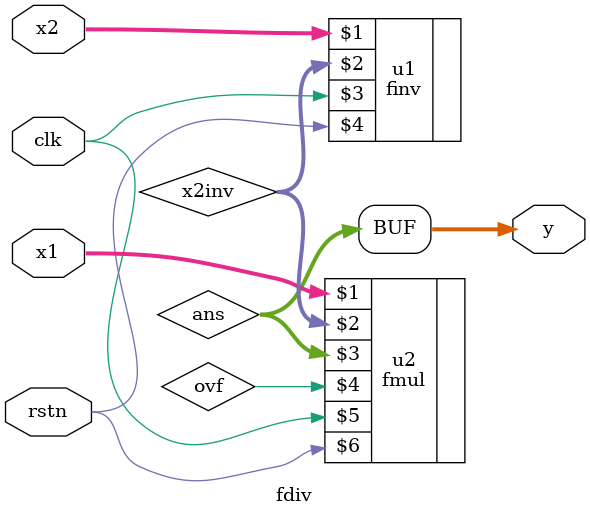
<source format=v>
`default_nettype none
module fdiv (
    input wire [31:0] x1,
    input wire [31:0] x2,
    output wire [31:0] y,
    //output wire ovf,
    input wire clk,
    input wire rstn);

wire [31:0] x2inv;
wire [31:0] ans;
wire ovf;

finv u1 (x2, x2inv, clk, rstn);
fmul u2 (x1, x2inv, ans, ovf, clk, rstn);

assign y = ans;

endmodule
`default_nettype wire
</source>
